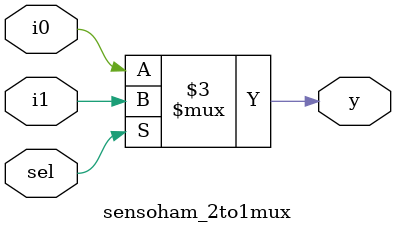
<source format=v>
module sensoham_2to1mux (input i0 , input i1 , input sel , output reg y);
always @ (*)
begin
	if(sel)
		y <= i1;
	else 
		y <= i0;
end
endmodule


</source>
